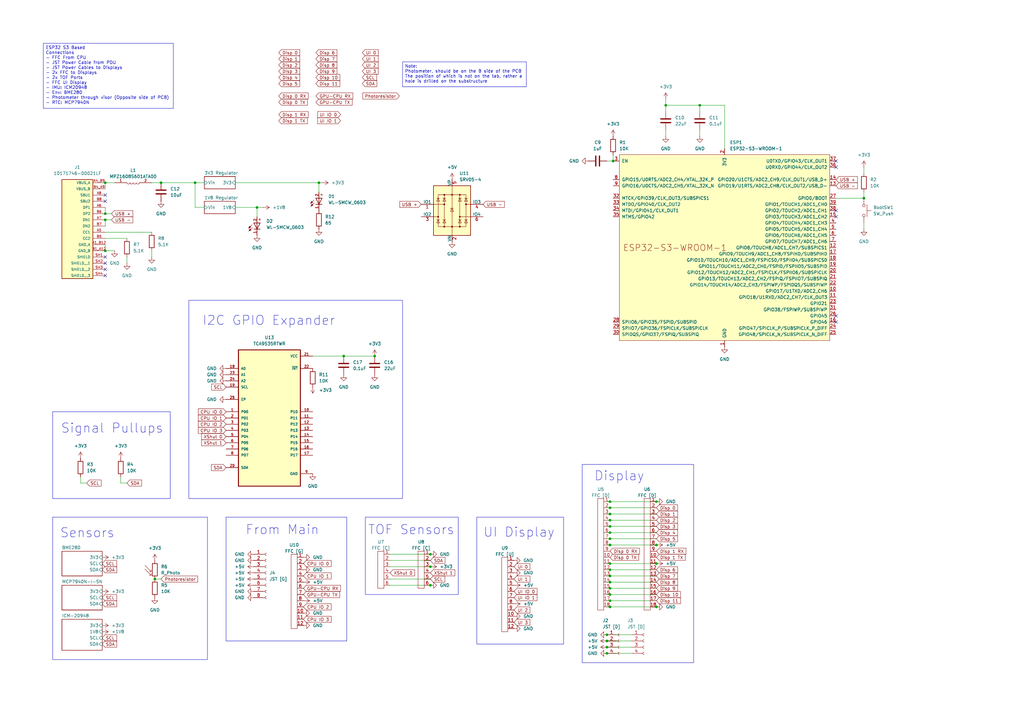
<source format=kicad_sch>
(kicad_sch (version 20231120) (generator "eeschema") (generator_version "8.0")
  (paper "A3")
  (junction (at 250.19 246.38))
  (junction (at 250.19 233.68))
  (junction (at 250.19 213.36))
  (junction (at 176.53 232.41))
  (junction (at 250.19 210.82))
  (junction (at 176.53 240.03))
  (junction (at 250.19 238.76))
  (junction (at 251.46 66.04))
  (junction (at 250.19 205.74))
  (junction (at 43.18 102.87))
  (junction (at 250.19 220.98))
  (junction (at 105.41 85.09))
  (junction (at 250.19 208.28))
  (junction (at 248.92 265.43))
  (junction (at 287.02 43.18))
  (junction (at 250.19 236.22))
  (junction (at 269.24 231.14))
  (junction (at 248.92 260.35))
  (junction (at 176.53 227.33))
  (junction (at 130.81 74.93))
  (junction (at 250.19 223.52))
  (junction (at 269.24 248.92))
  (junction (at 63.5 237.49))
  (junction (at 250.19 231.14))
  (junction (at 80.01 74.93))
  (junction (at 250.19 215.9))
  (junction (at 43.18 87.63))
  (junction (at 250.19 243.84))
  (junction (at 269.24 223.52))
  (junction (at 250.19 248.92))
  (junction (at 269.24 205.74))
  (junction (at 248.92 267.97))
  (junction (at 66.04 74.93))
  (junction (at 153.67 146.05))
  (junction (at 250.19 241.3))
  (junction (at 273.05 43.18))
  (junction (at 354.33 81.28))
  (junction (at 250.19 218.44))
  (junction (at 43.18 90.17))
  (junction (at 248.92 262.89))
  (junction (at 140.97 146.05))
  (junction (at 43.18 74.93))
  (no_connect (at 342.9 86.36))
  (no_connect (at 342.9 129.54))
  (no_connect (at 43.18 80.01))
  (no_connect (at 43.18 113.03))
  (no_connect (at 342.9 88.9))
  (no_connect (at 43.18 82.55))
  (no_connect (at 342.9 68.58))
  (no_connect (at 43.18 107.95))
  (no_connect (at 342.9 66.04))
  (no_connect (at 342.9 132.08))
  (no_connect (at 43.18 105.41))
  (no_connect (at 43.18 110.49))
  (wire (pts (xy 33.02 198.12) (xy 33.02 195.58)))
  (wire (pts (xy 287.02 53.34) (xy 287.02 55.88)))
  (wire (pts (xy 248.92 66.04) (xy 251.46 66.04)))
  (wire (pts (xy 248.92 223.52) (xy 250.19 223.52)))
  (wire (pts (xy 132.08 74.93) (xy 130.81 74.93)))
  (wire (pts (xy 273.05 40.64) (xy 273.05 43.18)))
  (wire (pts (xy 273.05 43.18) (xy 273.05 45.72)))
  (wire (pts (xy 248.92 262.89) (xy 259.08 262.89)))
  (wire (pts (xy 160.02 237.49) (xy 176.53 237.49)))
  (wire (pts (xy 250.19 205.74) (xy 269.24 205.74)))
  (wire (pts (xy 250.19 246.38) (xy 269.24 246.38)))
  (wire (pts (xy 43.18 102.87) (xy 43.18 100.33)))
  (wire (pts (xy 250.19 215.9) (xy 269.24 215.9)))
  (wire (pts (xy 83.82 85.09) (xy 80.01 85.09)))
  (wire (pts (xy 46.99 102.87) (xy 43.18 102.87)))
  (wire (pts (xy 248.92 238.76) (xy 250.19 238.76)))
  (wire (pts (xy 160.02 227.33) (xy 176.53 227.33)))
  (wire (pts (xy 250.19 243.84) (xy 269.24 243.84)))
  (wire (pts (xy 80.01 85.09) (xy 80.01 74.93)))
  (wire (pts (xy 130.81 74.93) (xy 130.81 78.74)))
  (wire (pts (xy 273.05 53.34) (xy 273.05 55.88)))
  (wire (pts (xy 287.02 43.18) (xy 287.02 45.72)))
  (wire (pts (xy 248.92 213.36) (xy 250.19 213.36)))
  (wire (pts (xy 96.52 74.93) (xy 130.81 74.93)))
  (wire (pts (xy 33.02 198.12) (xy 35.56 198.12)))
  (wire (pts (xy 62.23 74.93) (xy 66.04 74.93)))
  (wire (pts (xy 52.07 105.41) (xy 52.07 107.95)))
  (wire (pts (xy 273.05 43.18) (xy 287.02 43.18)))
  (wire (pts (xy 248.92 267.97) (xy 259.08 267.97)))
  (wire (pts (xy 248.92 233.68) (xy 250.19 233.68)))
  (wire (pts (xy 250.19 218.44) (xy 269.24 218.44)))
  (wire (pts (xy 248.92 210.82) (xy 250.19 210.82)))
  (wire (pts (xy 52.07 198.12) (xy 49.53 198.12)))
  (wire (pts (xy 248.92 220.98) (xy 250.19 220.98)))
  (wire (pts (xy 248.92 205.74) (xy 250.19 205.74)))
  (wire (pts (xy 248.92 246.38) (xy 250.19 246.38)))
  (wire (pts (xy 248.92 265.43) (xy 259.08 265.43)))
  (wire (pts (xy 49.53 198.12) (xy 49.53 195.58)))
  (wire (pts (xy 251.46 63.5) (xy 251.46 66.04)))
  (wire (pts (xy 250.19 238.76) (xy 269.24 238.76)))
  (wire (pts (xy 160.02 229.87) (xy 176.53 229.87)))
  (wire (pts (xy 66.04 74.93) (xy 80.01 74.93)))
  (wire (pts (xy 250.19 233.68) (xy 269.24 233.68)))
  (wire (pts (xy 248.92 215.9) (xy 250.19 215.9)))
  (wire (pts (xy 248.92 218.44) (xy 250.19 218.44)))
  (wire (pts (xy 128.27 146.05) (xy 140.97 146.05)))
  (wire (pts (xy 287.02 43.18) (xy 297.18 43.18)))
  (wire (pts (xy 80.01 74.93) (xy 83.82 74.93)))
  (wire (pts (xy 250.19 236.22) (xy 269.24 236.22)))
  (wire (pts (xy 250.19 213.36) (xy 269.24 213.36)))
  (wire (pts (xy 248.92 243.84) (xy 250.19 243.84)))
  (wire (pts (xy 250.19 223.52) (xy 269.24 223.52)))
  (wire (pts (xy 105.41 85.09) (xy 96.52 85.09)))
  (wire (pts (xy 250.19 241.3) (xy 269.24 241.3)))
  (wire (pts (xy 43.18 77.47) (xy 43.18 74.93)))
  (wire (pts (xy 248.92 241.3) (xy 250.19 241.3)))
  (wire (pts (xy 342.9 81.28) (xy 354.33 81.28)))
  (wire (pts (xy 45.72 87.63) (xy 43.18 87.63)))
  (wire (pts (xy 354.33 78.74) (xy 354.33 81.28)))
  (wire (pts (xy 66.04 237.49) (xy 63.5 237.49)))
  (wire (pts (xy 43.18 97.79) (xy 52.07 97.79)))
  (wire (pts (xy 250.19 220.98) (xy 269.24 220.98)))
  (wire (pts (xy 354.33 68.58) (xy 354.33 71.12)))
  (wire (pts (xy 107.95 85.09) (xy 105.41 85.09)))
  (wire (pts (xy 43.18 85.09) (xy 43.18 87.63)))
  (wire (pts (xy 43.18 90.17) (xy 43.18 92.71)))
  (wire (pts (xy 62.23 102.87) (xy 62.23 105.41)))
  (wire (pts (xy 248.92 231.14) (xy 250.19 231.14)))
  (wire (pts (xy 105.41 85.09) (xy 105.41 88.9)))
  (wire (pts (xy 160.02 240.03) (xy 176.53 240.03)))
  (wire (pts (xy 248.92 208.28) (xy 250.19 208.28)))
  (wire (pts (xy 297.18 43.18) (xy 297.18 60.96)))
  (wire (pts (xy 250.19 208.28) (xy 269.24 208.28)))
  (wire (pts (xy 248.92 236.22) (xy 250.19 236.22)))
  (wire (pts (xy 45.72 90.17) (xy 43.18 90.17)))
  (wire (pts (xy 248.92 260.35) (xy 259.08 260.35)))
  (wire (pts (xy 250.19 210.82) (xy 269.24 210.82)))
  (wire (pts (xy 354.33 93.98) (xy 354.33 91.44)))
  (wire (pts (xy 250.19 231.14) (xy 269.24 231.14)))
  (wire (pts (xy 43.18 95.25) (xy 62.23 95.25)))
  (wire (pts (xy 160.02 232.41) (xy 176.53 232.41)))
  (wire (pts (xy 248.92 248.92) (xy 250.19 248.92)))
  (wire (pts (xy 43.18 74.93) (xy 46.99 74.93)))
  (wire (pts (xy 250.19 248.92) (xy 269.24 248.92)))
  (wire (pts (xy 140.97 146.05) (xy 153.67 146.05)))
  (rectangle (start 21.59 212.09) (end 85.09 270.51))
  (rectangle (start 77.47 123.19) (end 165.1 204.47))
  (rectangle (start 195.58 212.09) (end 231.14 264.16))
  (rectangle (start 238.76 190.5) (end 284.48 271.78))
  (rectangle (start 92.71 212.09) (end 142.24 262.89))
  (rectangle (start 21.59 168.91) (end 69.85 204.47))
  (rectangle (start 149.86 212.09) (end 187.96 243.84))
  (text_box "ESP32 S3 Based\nConnections\n- FFC From CPU\n- JST Power Cable from PDU\n- JST Power Cables to Displays\n- 2x FFC to Displays\n- 2x TOF Ports\n- FFC UI Display\n- IMU: ICM20948\n- Env: BME280\n- Photometer through visor (Opposite side of PCB)\n- RTC: MCP7940N" (at 17.78 17.78 0) (size 53.34 26.67) (effects (font (size 1.27 1.27)) (justify left top)))
  (text_box "Note:\nPhotometer, should be on the B side of the PCB\nThe position of which is not on the tab, rather a hole is drilled on the substructure" (at 165.1 25.4 0) (size 50.8 10.16) (effects (font (size 1.27 1.27)) (justify left top)))
  (text "Signal Pullups" (at 45.974 175.768 0) (effects (font (size 3.81 3.81))))
  (text "I2C GPIO Expander" (at 110.236 131.572 0) (effects (font (size 3.81 3.81))))
  (text "TOF Sensors" (at 168.656 217.424 0) (effects (font (size 3.81 3.81))))
  (text "From Main" (at 115.824 217.424 0) (effects (font (size 3.81 3.81))))
  (text "Display" (at 254 195.326 0) (effects (font (size 3.81 3.81))))
  (text "UI Display" (at 212.852 218.44 0) (effects (font (size 3.81 3.81))))
  (text "Sensors" (at 35.814 218.694 0) (effects (font (size 3.81 3.81))))
  (global_label "Disp 10" (shape input) (at 269.24 243.84 0) (property "Intersheetrefs" "${INTERSHEET_REFS}" (effects (hide yes))))
  (global_label "USB +" (shape input) (at 172.72 83.82 180) (property "Intersheetrefs" "${INTERSHEET_REFS}" (effects (hide yes))))
  (global_label "Disp 8" (shape input) (at 269.24 238.76 0) (property "Intersheetrefs" "${INTERSHEET_REFS}" (effects (hide yes))))
  (global_label "SCL" (shape input) (at 35.56 198.12 0) (property "Intersheetrefs" "${INTERSHEET_REFS}" (effects (hide yes))))
  (global_label "Disp 4" (shape input) (at 114.3 31.75 0) (property "Intersheetrefs" "${INTERSHEET_REFS}" (effects (hide yes))))
  (global_label "SCL" (shape input) (at 41.91 245.11 0) (property "Intersheetrefs" "${INTERSHEET_REFS}" (effects (hide yes))))
  (global_label "USB +" (shape input) (at 342.9 73.66 0) (property "Intersheetrefs" "${INTERSHEET_REFS}" (effects (hide yes))))
  (global_label "Disp 7" (shape input) (at 269.24 236.22 0) (property "Intersheetrefs" "${INTERSHEET_REFS}" (effects (hide yes))))
  (global_label "SCL" (shape input) (at 176.53 237.49 0) (property "Intersheetrefs" "${INTERSHEET_REFS}" (effects (hide yes))))
  (global_label "SDA" (shape input) (at 52.07 198.12 0) (property "Intersheetrefs" "${INTERSHEET_REFS}" (effects (hide yes))))
  (global_label "Disp 0 TX" (shape input) (at 114.3 41.91 0) (property "Intersheetrefs" "${INTERSHEET_REFS}" (effects (hide yes))))
  (global_label "XShut 0" (shape input) (at 92.71 179.07 180) (property "Intersheetrefs" "${INTERSHEET_REFS}" (effects (hide yes))))
  (global_label "Disp 0" (shape input) (at 269.24 208.28 0) (property "Intersheetrefs" "${INTERSHEET_REFS}" (effects (hide yes))))
  (global_label "Disp 11" (shape input) (at 129.54 34.29 0) (property "Intersheetrefs" "${INTERSHEET_REFS}" (effects (hide yes))))
  (global_label "UI 2" (shape input) (at 148.59 26.67 0) (property "Intersheetrefs" "${INTERSHEET_REFS}" (effects (hide yes))))
  (global_label "SCL" (shape input) (at 148.59 31.75 0) (property "Intersheetrefs" "${INTERSHEET_REFS}" (effects (hide yes))))
  (global_label "Disp 2" (shape input) (at 269.24 213.36 0) (property "Intersheetrefs" "${INTERSHEET_REFS}" (effects (hide yes))))
  (global_label "CPU IO 1" (shape input) (at 92.71 171.45 180) (property "Intersheetrefs" "${INTERSHEET_REFS}" (effects (hide yes))))
  (global_label "UI IO 1" (shape input) (at 210.82 245.11 0) (property "Intersheetrefs" "${INTERSHEET_REFS}" (effects (hide yes))))
  (global_label "Disp 3" (shape input) (at 269.24 215.9 0) (property "Intersheetrefs" "${INTERSHEET_REFS}" (effects (hide yes))))
  (global_label "Disp 6" (shape input) (at 129.54 21.59 0) (property "Intersheetrefs" "${INTERSHEET_REFS}" (effects (hide yes))))
  (global_label "XShut 0" (shape input) (at 160.02 234.95 0) (property "Intersheetrefs" "${INTERSHEET_REFS}" (effects (hide yes))))
  (global_label "Disp 0" (shape input) (at 114.3 21.59 0) (property "Intersheetrefs" "${INTERSHEET_REFS}" (effects (hide yes))))
  (global_label "CPU IO 2" (shape input) (at 124.46 248.92 0) (property "Intersheetrefs" "${INTERSHEET_REFS}" (effects (hide yes))))
  (global_label "SDA" (shape input) (at 148.59 34.29 0) (property "Intersheetrefs" "${INTERSHEET_REFS}" (effects (hide yes))))
  (global_label "USB -" (shape input) (at 198.12 83.82 0) (property "Intersheetrefs" "${INTERSHEET_REFS}" (effects (hide yes))))
  (global_label "UI 0" (shape input) (at 148.59 21.59 0) (property "Intersheetrefs" "${INTERSHEET_REFS}" (effects (hide yes))))
  (global_label "GPU-CPU RX" (shape input) (at 124.46 241.3 0) (property "Intersheetrefs" "${INTERSHEET_REFS}" (effects (hide yes))))
  (global_label "CPU IO 3" (shape input) (at 124.46 254 0) (property "Intersheetrefs" "${INTERSHEET_REFS}" (effects (hide yes))))
  (global_label "UI 1" (shape input) (at 148.59 24.13 0) (property "Intersheetrefs" "${INTERSHEET_REFS}" (effects (hide yes))))
  (global_label "UI 0" (shape input) (at 210.82 232.41 0) (property "Intersheetrefs" "${INTERSHEET_REFS}" (effects (hide yes))))
  (global_label "GPU-CPU TX" (shape input) (at 124.46 243.84 0) (property "Intersheetrefs" "${INTERSHEET_REFS}" (effects (hide yes))))
  (global_label "SCL" (shape input) (at 41.91 231.14 0) (property "Intersheetrefs" "${INTERSHEET_REFS}" (effects (hide yes))))
  (global_label "SCL" (shape input) (at 41.91 261.62 0) (property "Intersheetrefs" "${INTERSHEET_REFS}" (effects (hide yes))))
  (global_label "CPU IO 0" (shape input) (at 124.46 231.14 0) (property "Intersheetrefs" "${INTERSHEET_REFS}" (effects (hide yes))))
  (global_label "Disp 7" (shape input) (at 129.54 24.13 0) (property "Intersheetrefs" "${INTERSHEET_REFS}" (effects (hide yes))))
  (global_label "SDA" (shape input) (at 41.91 233.68 0) (property "Intersheetrefs" "${INTERSHEET_REFS}" (effects (hide yes))))
  (global_label "USB -" (shape input) (at 45.72 90.17 0) (property "Intersheetrefs" "${INTERSHEET_REFS}" (effects (hide yes))))
  (global_label "Disp 0 RX" (shape input) (at 114.3 39.37 0) (property "Intersheetrefs" "${INTERSHEET_REFS}" (effects (hide yes))))
  (global_label "Photoresistor" (shape input) (at 163.83 39.37 180) (property "Intersheetrefs" "${INTERSHEET_REFS}" (effects (hide yes))))
  (global_label "Disp 9" (shape input) (at 129.54 29.21 0) (property "Intersheetrefs" "${INTERSHEET_REFS}" (effects (hide yes))))
  (global_label "USB +" (shape input) (at 45.72 87.63 0) (property "Intersheetrefs" "${INTERSHEET_REFS}" (effects (hide yes))))
  (global_label "GPU-CPU RX" (shape input) (at 129.54 39.37 0) (property "Intersheetrefs" "${INTERSHEET_REFS}" (effects (hide yes))))
  (global_label "Disp 10" (shape input) (at 129.54 31.75 0) (property "Intersheetrefs" "${INTERSHEET_REFS}" (effects (hide yes))))
  (global_label "Disp 3" (shape input) (at 114.3 29.21 0) (property "Intersheetrefs" "${INTERSHEET_REFS}" (effects (hide yes))))
  (global_label "Disp 1" (shape input) (at 269.24 210.82 0) (property "Intersheetrefs" "${INTERSHEET_REFS}" (effects (hide yes))))
  (global_label "CPU IO 2" (shape input) (at 92.71 173.99 180) (property "Intersheetrefs" "${INTERSHEET_REFS}" (effects (hide yes))))
  (global_label "USB -" (shape input) (at 342.9 76.2 0) (property "Intersheetrefs" "${INTERSHEET_REFS}" (effects (hide yes))))
  (global_label "UI IO 1" (shape input) (at 139.7 49.53 180) (property "Intersheetrefs" "${INTERSHEET_REFS}" (effects (hide yes))))
  (global_label "GPU-CPU TX" (shape input) (at 129.54 41.91 0) (property "Intersheetrefs" "${INTERSHEET_REFS}" (effects (hide yes))))
  (global_label "Disp 1" (shape input) (at 114.3 24.13 0) (property "Intersheetrefs" "${INTERSHEET_REFS}" (effects (hide yes))))
  (global_label "Disp 1 TX" (shape input) (at 269.24 228.6 0) (property "Intersheetrefs" "${INTERSHEET_REFS}" (effects (hide yes))))
  (global_label "Disp 1 RX" (shape input) (at 269.24 226.06 0) (property "Intersheetrefs" "${INTERSHEET_REFS}" (effects (hide yes))))
  (global_label "UI 2" (shape input) (at 210.82 250.19 0) (property "Intersheetrefs" "${INTERSHEET_REFS}" (effects (hide yes))))
  (global_label "CPU IO 1" (shape input) (at 124.46 236.22 0) (property "Intersheetrefs" "${INTERSHEET_REFS}" (effects (hide yes))))
  (global_label "UI IO 0" (shape input) (at 139.7 46.99 180) (property "Intersheetrefs" "${INTERSHEET_REFS}" (effects (hide yes))))
  (global_label "UI 1" (shape input) (at 210.82 237.49 0) (property "Intersheetrefs" "${INTERSHEET_REFS}" (effects (hide yes))))
  (global_label "Disp 8" (shape input) (at 129.54 26.67 0) (property "Intersheetrefs" "${INTERSHEET_REFS}" (effects (hide yes))))
  (global_label "Disp 5" (shape input) (at 269.24 220.98 0) (property "Intersheetrefs" "${INTERSHEET_REFS}" (effects (hide yes))))
  (global_label "SDA" (shape input) (at 176.53 229.87 0) (property "Intersheetrefs" "${INTERSHEET_REFS}" (effects (hide yes))))
  (global_label "Disp 6" (shape input) (at 269.24 233.68 0) (property "Intersheetrefs" "${INTERSHEET_REFS}" (effects (hide yes))))
  (global_label "Photoresistor" (shape input) (at 66.04 237.49 0) (property "Intersheetrefs" "${INTERSHEET_REFS}" (effects (hide yes))))
  (global_label "Disp 0 RX" (shape input) (at 250.19 226.06 0) (property "Intersheetrefs" "${INTERSHEET_REFS}" (effects (hide yes))))
  (global_label "Disp 11" (shape input) (at 269.24 246.38 0) (property "Intersheetrefs" "${INTERSHEET_REFS}" (effects (hide yes))))
  (global_label "SCL" (shape input) (at 92.71 158.75 180) (property "Intersheetrefs" "${INTERSHEET_REFS}" (effects (hide yes))))
  (global_label "XShut 1" (shape input) (at 92.71 181.61 180) (property "Intersheetrefs" "${INTERSHEET_REFS}" (effects (hide yes))))
  (global_label "Disp 2" (shape input) (at 114.3 26.67 0) (property "Intersheetrefs" "${INTERSHEET_REFS}" (effects (hide yes))))
  (global_label "CPU IO 3" (shape input) (at 92.71 176.53 180) (property "Intersheetrefs" "${INTERSHEET_REFS}" (effects (hide yes))))
  (global_label "Disp 9" (shape input) (at 269.24 241.3 0) (property "Intersheetrefs" "${INTERSHEET_REFS}" (effects (hide yes))))
  (global_label "Disp 4" (shape input) (at 269.24 218.44 0) (property "Intersheetrefs" "${INTERSHEET_REFS}" (effects (hide yes))))
  (global_label "UI IO 0" (shape input) (at 210.82 242.57 0) (property "Intersheetrefs" "${INTERSHEET_REFS}" (effects (hide yes))))
  (global_label "UI 3" (shape input) (at 210.82 255.27 0) (property "Intersheetrefs" "${INTERSHEET_REFS}" (effects (hide yes))))
  (global_label "CPU IO 0" (shape input) (at 92.71 168.91 180) (property "Intersheetrefs" "${INTERSHEET_REFS}" (effects (hide yes))))
  (global_label "Disp 0 TX" (shape input) (at 250.19 228.6 0) (property "Intersheetrefs" "${INTERSHEET_REFS}" (effects (hide yes))))
  (global_label "Disp 5" (shape input) (at 114.3 34.29 0) (property "Intersheetrefs" "${INTERSHEET_REFS}" (effects (hide yes))))
  (global_label "Disp 1 RX" (shape input) (at 114.3 46.99 0) (property "Intersheetrefs" "${INTERSHEET_REFS}" (effects (hide yes))))
  (global_label "SDA" (shape input) (at 92.71 191.77 180) (property "Intersheetrefs" "${INTERSHEET_REFS}" (effects (hide yes))))
  (global_label "SDA" (shape input) (at 41.91 247.65 0) (property "Intersheetrefs" "${INTERSHEET_REFS}" (effects (hide yes))))
  (global_label "XShut 1" (shape input) (at 176.53 234.95 0) (property "Intersheetrefs" "${INTERSHEET_REFS}" (effects (hide yes))))
  (global_label "SDA" (shape input) (at 41.91 264.16 0) (property "Intersheetrefs" "${INTERSHEET_REFS}" (effects (hide yes))))
  (global_label "UI 3" (shape input) (at 148.59 29.21 0) (property "Intersheetrefs" "${INTERSHEET_REFS}" (effects (hide yes))))
  (global_label "Disp 1 TX" (shape input) (at 114.3 49.53 0) (property "Intersheetrefs" "${INTERSHEET_REFS}" (effects (hide yes))))
  (symbol (lib_id "Device:R") (at 251.46 59.69 0) (unit 1)
    (property "Reference" "R1" (at 254 58.4199 0) (effects (justify left)))
    (property "Value" "10K" (at 254 60.9599 0) (effects (justify left)))
    (property "Footprint" "Resistor_SMD:R_0603_1608Metric" (effects (hide yes)))
    (property "Description" "Resistor" (effects (hide yes)))
  )
  (symbol (lib_id "power:+5V") (at 210.82 247.65 270) (unit 1)
    (property "Reference" "#PWR045" (effects (hide yes)))
    (property "Value" "+5V" (at 214.63 247.6499 90) (effects (justify left)))
    (property "Description" "Power symbol creates a global label with name \"+5V\"" (effects (hide yes)))
  )
  (symbol (lib_id "FCC_Connector:FFC_6P") (at 156.21 233.68 0) (unit 1)
    (property "Reference" "U7" (at 156.21 222.25 0))
    (property "Value" "FFC [C]" (at 156.21 224.79 0))
    (property "Footprint" "FFC_Connector:FFC Aliexpress 0.5mm 6P" (effects (hide yes)))
  )
  (symbol (lib_id "power:GND") (at 66.04 82.55 0) (unit 1)
    (property "Reference" "#PWR057" (effects (hide yes)))
    (property "Value" "GND" (at 66.04 87.63 0))
    (property "Description" "Power symbol creates a global label with name \"GND\" , ground" (effects (hide yes)))
  )
  (symbol (lib_id "power:+5V") (at 248.92 265.43 90) (unit 1)
    (property "Reference" "#PWR064" (effects (hide yes)))
    (property "Value" "+5V" (at 245.11 265.4299 90) (effects (justify left)))
    (property "Description" "Power symbol creates a global label with name \"+5V\"" (effects (hide yes)))
  )
  (symbol (lib_id "power:+3V3") (at 63.5 229.87 0) (unit 1)
    (property "Reference" "#PWR052" (effects (hide yes)))
    (property "Value" "+3V3" (at 63.5 224.79 0))
    (property "Description" "Power symbol creates a global label with name \"+3V3\"" (effects (hide yes)))
  )
  (symbol (lib_id "power:+3V3") (at 132.08 74.93 270) (unit 1)
    (property "Reference" "#PWR038" (effects (hide yes)))
    (property "Value" "+3V3" (at 135.89 74.9299 90) (effects (justify left)))
    (property "Description" "Power symbol creates a global label with name \"+3V3\"" (effects (hide yes)))
  )
  (symbol (lib_id "power:GND") (at 176.53 240.03 90) (unit 1)
    (property "Reference" "#PWR035" (effects (hide yes)))
    (property "Value" "GND" (at 180.34 240.0299 90) (effects (justify right)))
    (property "Description" "Power symbol creates a global label with name \"GND\" , ground" (effects (hide yes)))
  )
  (symbol (lib_id "power:GND") (at 176.53 227.33 90) (unit 1)
    (property "Reference" "#PWR034" (effects (hide yes)))
    (property "Value" "GND" (at 180.34 227.3299 90) (effects (justify right)))
    (property "Description" "Power symbol creates a global label with name \"GND\" , ground" (effects (hide yes)))
  )
  (symbol (lib_id "FCC_Connector:FFC_6P") (at 172.72 233.68 0) (unit 1)
    (property "Reference" "U8" (at 172.72 222.25 0))
    (property "Value" "FFC [C]" (at 172.72 224.79 0))
    (property "Footprint" "FFC_Connector:FFC Aliexpress 0.5mm 6P" (effects (hide yes)))
  )
  (symbol (lib_id "power:+3V3") (at 354.33 68.58 0) (unit 1)
    (property "Reference" "#PWR022" (effects (hide yes)))
    (property "Value" "+3V3" (at 354.33 63.5 0))
    (property "Description" "Power symbol creates a global label with name \"+3V3\"" (effects (hide yes)))
  )
  (symbol (lib_id "power:+3V3") (at 41.91 256.54 270) (unit 1)
    (property "Reference" "#PWR026" (effects (hide yes)))
    (property "Value" "+3V3" (at 45.72 256.5399 90) (effects (justify left)))
    (property "Description" "Power symbol creates a global label with name \"+3V3\"" (effects (hide yes)))
  )
  (symbol (lib_id "LED_Red_SMD:WL-SMCW_0603") (at 105.41 93.98 90) (unit 1)
    (property "Reference" "D2" (at 109.22 90.6916 90) (effects (justify right)))
    (property "Value" "WL-SMCW_0603" (at 109.22 93.2316 90) (effects (justify right)))
    (property "Footprint" "LED_Red_SMD:WL-SMCW_0603" (effects (hide yes)))
  )
  (symbol (lib_id "power:+5V") (at 104.14 237.49 90) (unit 1)
    (property "Reference" "#PWR080" (effects (hide yes)))
    (property "Value" "+5V" (at 100.33 237.4899 90) (effects (justify left)))
    (property "Description" "Power symbol creates a global label with name \"+5V\"" (effects (hide yes)))
  )
  (symbol (lib_id "Device:R") (at 63.5 241.3 0) (unit 1)
    (property "Reference" "R5" (at 66.04 240.0299 0) (effects (justify left)))
    (property "Value" "10K" (at 66.04 242.5699 0) (effects (justify left)))
    (property "Footprint" "Resistor_SMD:R_0603_1608Metric_Pad0.98x0.95mm_HandSolder" (effects (hide yes)))
    (property "Description" "Resistor" (effects (hide yes)))
  )
  (symbol (lib_id "power:+3V3") (at 251.46 55.88 0) (unit 1)
    (property "Reference" "#PWR016" (effects (hide yes)))
    (property "Value" "+3V3" (at 251.46 50.8 0))
    (property "Description" "Power symbol creates a global label with name \"+3V3\"" (effects (hide yes)))
  )
  (symbol (lib_id "PCM_Espressif:ESP32-S3-WROOM-1") (at 297.18 101.6 0) (unit 1)
    (property "Reference" "ESP1" (at 299.3741 58.42 0) (effects (justify left)))
    (property "Value" "ESP32-S3-WROOM-1" (at 299.3741 60.96 0) (effects (justify left)))
    (property "Footprint" "PCM_Espressif:ESP32-S3-WROOM-1U" (effects (hide yes)))
    (property "Datasheet" "https://www.espressif.com/sites/default/files/documentation/esp32-s3-wroom-1_wroom-1u_datasheet_en.pdf" (effects (hide yes)))
    (property "Description" "2.4 GHz WiFi (802.11 b/g/n) and Bluetooth ® 5 (LE) module Built around ESP32S3 series of SoCs, Xtensa ® dualcore 32bit LX7 microprocessor Flash up to 16 MB, PSRAM up to 8 MB 36 GPIOs, rich set of peripherals Onboard PCB antenna" (effects (hide yes)))
  )
  (symbol (lib_id "Connector:Conn_01x04_Socket") (at 254 262.89 0) (unit 1)
    (property "Reference" "J2" (at 247.142 254.508 0) (effects (justify left)))
    (property "Value" "JST [D]" (at 247.142 257.048 0) (effects (justify left)))
    (property "Footprint" "Connector_Molex:Molex_PicoBlade_53048-0410_1x04_P1.25mm_Horizontal" (effects (hide yes)))
    (property "Description" "Generic connector, single row, 01x04, script generated" (effects (hide yes)))
  )
  (symbol (lib_id "Connector:Conn_01x04_Socket") (at 264.16 262.89 0) (unit 1)
    (property "Reference" "J3" (at 257.302 254.508 0) (effects (justify left)))
    (property "Value" "JST [D]" (at 257.302 257.048 0) (effects (justify left)))
    (property "Footprint" "Connector_Molex:Molex_PicoBlade_53048-0410_1x04_P1.25mm_Horizontal" (effects (hide yes)))
    (property "Description" "Generic connector, single row, 01x04, script generated" (effects (hide yes)))
  )
  (symbol (lib_id "FCC_Connector:FFC_12P") (at 207.01 243.84 0) (unit 1)
    (property "Reference" "U9" (at 207.01 224.79 0))
    (property "Value" "FFC [U]" (at 207.01 227.33 0))
    (property "Footprint" "FFC_Connector:FFC Aliexpress 0.5mm 12P" (effects (hide yes)))
  )
  (symbol (lib_id "power:GND") (at 104.14 245.11 270) (unit 1)
    (property "Reference" "#PWR079" (effects (hide yes)))
    (property "Value" "GND" (at 100.33 245.1099 90) (effects (justify right)))
    (property "Description" "Power symbol creates a global label with name \"GND\" , ground" (effects (hide yes)))
  )
  (symbol (lib_id "Device:C") (at 273.05 49.53 0) (unit 1)
    (property "Reference" "C10" (at 276.86 48.2599 0) (effects (justify left)))
    (property "Value" "22uF" (at 276.86 50.7999 0) (effects (justify left)))
    (property "Footprint" "Capacitor_SMD:C_0603_1608Metric_Pad1.08x0.95mm_HandSolder" (effects (hide yes)))
    (property "Description" "Unpolarized capacitor" (effects (hide yes)))
  )
  (symbol (lib_id "FCC_Connector:FFC_18P") (at 265.43 227.33 0) (unit 1)
    (property "Reference" "U6" (at 265.43 200.66 0))
    (property "Value" "FFC [D]" (at 265.43 203.2 0))
    (property "Footprint" "FFC_Connector:FFC Aliexpress 0.5mm 18P" (effects (hide yes)))
  )
  (symbol (lib_id "Connector:Conn_01x08_Socket") (at 109.22 234.95 0) (unit 1)
    (property "Reference" "J4" (at 110.49 234.9499 0) (effects (justify left)))
    (property "Value" "JST [G]" (at 110.49 237.4899 0) (effects (justify left)))
    (property "Footprint" "Connector_PinHeader_2.54mm:PinHeader_1x08_P2.54mm_Horizontal" (effects (hide yes)))
    (property "Description" "Generic connector, single row, 01x08, script generated" (effects (hide yes)))
  )
  (symbol (lib_id "power:GND") (at 46.99 102.87 0) (unit 1)
    (property "Reference" "#PWR054" (effects (hide yes)))
    (property "Value" "GND" (at 46.99 107.95 0))
    (property "Description" "Power symbol creates a global label with name \"GND\" , ground" (effects (hide yes)))
  )
  (symbol (lib_id "power:GND") (at 140.97 153.67 0) (unit 1)
    (property "Reference" "#PWR087" (effects (hide yes)))
    (property "Value" "GND" (at 140.97 158.75 0))
    (property "Description" "Power symbol creates a global label with name \"GND\" , ground" (effects (hide yes)))
  )
  (symbol (lib_id "power:GND") (at 52.07 107.95 0) (unit 1)
    (property "Reference" "#PWR055" (effects (hide yes)))
    (property "Value" "GND" (at 52.07 113.03 0))
    (property "Description" "Power symbol creates a global label with name \"GND\" , ground" (effects (hide yes)))
  )
  (symbol (lib_id "power:+5V") (at 104.14 232.41 90) (unit 1)
    (property "Reference" "#PWR077" (effects (hide yes)))
    (property "Value" "+5V" (at 100.33 232.4099 90) (effects (justify left)))
    (property "Description" "Power symbol creates a global label with name \"+5V\"" (effects (hide yes)))
  )
  (symbol (lib_id "Device:C") (at 66.04 78.74 0) (unit 1)
    (property "Reference" "C12" (at 69.85 77.4699 0) (effects (justify left)))
    (property "Value" "10uF" (at 69.85 80.0099 0) (effects (justify left)))
    (property "Footprint" "Capacitor_SMD:C_0603_1608Metric" (effects (hide yes)))
    (property "Description" "Unpolarized capacitor" (effects (hide yes)))
  )
  (symbol (lib_id "power:+3V3") (at 153.67 146.05 0) (unit 1)
    (property "Reference" "#PWR068" (effects (hide yes)))
    (property "Value" "+3V3" (at 153.67 140.97 0))
    (property "Description" "Power symbol creates a global label with name \"+3V3\"" (effects (hide yes)))
  )
  (symbol (lib_id "power:GND") (at 130.81 93.98 0) (unit 1)
    (property "Reference" "#PWR089" (effects (hide yes)))
    (property "Value" "GND" (at 130.81 99.06 0))
    (property "Description" "Power symbol creates a global label with name \"GND\" , ground" (effects (hide yes)))
  )
  (symbol (lib_id "power:+3V3") (at 41.91 228.6 270) (unit 1)
    (property "Reference" "#PWR024" (effects (hide yes)))
    (property "Value" "+3V3" (at 45.72 228.5999 90) (effects (justify left)))
    (property "Description" "Power symbol creates a global label with name \"+3V3\"" (effects (hide yes)))
  )
  (symbol (lib_id "power:+5V") (at 269.24 223.52 270) (unit 1)
    (property "Reference" "#PWR032" (effects (hide yes)))
    (property "Value" "+5V" (at 273.05 223.5199 90) (effects (justify left)))
    (property "Description" "Power symbol creates a global label with name \"+5V\"" (effects (hide yes)))
  )
  (symbol (lib_id "power:GND") (at 62.23 105.41 0) (unit 1)
    (property "Reference" "#PWR056" (effects (hide yes)))
    (property "Value" "GND" (at 62.23 110.49 0))
    (property "Description" "Power symbol creates a global label with name \"GND\" , ground" (effects (hide yes)))
  )
  (symbol (lib_id "power:+5V") (at 124.46 246.38 270) (unit 1)
    (property "Reference" "#PWR049" (effects (hide yes)))
    (property "Value" "+5V" (at 128.27 246.3799 90) (effects (justify left)))
    (property "Description" "Power symbol creates a global label with name \"+5V\"" (effects (hide yes)))
  )
  (symbol (lib_id "power:GND") (at 92.71 153.67 270) (unit 1)
    (property "Reference" "#PWR085" (effects (hide yes)))
    (property "Value" "GND" (at 88.9 153.6699 90) (effects (justify right)))
    (property "Description" "Power symbol creates a global label with name \"GND\" , ground" (effects (hide yes)))
  )
  (symbol (lib_id "Device:R") (at 49.53 191.77 0) (unit 1)
    (property "Reference" "R4" (at 52.07 190.4999 0) (effects (justify left)))
    (property "Value" "10K" (at 52.07 193.0399 0) (effects (justify left)))
    (property "Footprint" "Resistor_SMD:R_0603_1608Metric_Pad0.98x0.95mm_HandSolder" (effects (hide yes)))
    (property "Description" "Resistor" (effects (hide yes)))
  )
  (symbol (lib_id "power:GND") (at 124.46 251.46 90) (unit 1)
    (property "Reference" "#PWR050" (effects (hide yes)))
    (property "Value" "GND" (at 128.27 251.4599 90) (effects (justify right)))
    (property "Description" "Power symbol creates a global label with name \"GND\" , ground" (effects (hide yes)))
  )
  (symbol (lib_id "power:GND") (at 185.42 99.06 0) (unit 1)
    (property "Reference" "#PWR061" (effects (hide yes)))
    (property "Value" "GND" (at 185.42 104.14 0))
    (property "Description" "Power symbol creates a global label with name \"GND\" , ground" (effects (hide yes)))
  )
  (symbol (lib_id "Device:C") (at 245.11 66.04 90) (unit 1)
    (property "Reference" "C9" (at 245.11 58.42 90))
    (property "Value" "1uF" (at 245.11 60.96 90))
    (property "Footprint" "Capacitor_SMD:C_0603_1608Metric" (effects (hide yes)))
    (property "Description" "Unpolarized capacitor" (effects (hide yes)))
  )
  (symbol (lib_id "IO_Expander_TCA9535RTWR:TCA9535RTWR") (at 110.49 171.45 0) (unit 1)
    (property "Reference" "U13" (at 110.49 138.43 0))
    (property "Value" "TCA9535RTWR" (at 110.49 140.97 0))
    (property "Footprint" "IO_Expander_TCA9535RTWR:QFN50P400X400X80-25N" (effects (hide yes)))
  )
  (symbol (lib_id "power:GND") (at 287.02 55.88 0) (unit 1)
    (property "Reference" "#PWR020" (effects (hide yes)))
    (property "Value" "GND" (at 287.02 60.96 0))
    (property "Description" "Power symbol creates a global label with name \"GND\" , ground" (effects (hide yes)))
  )
  (symbol (lib_id "Power_Protection:SRV05-4") (at 185.42 86.36 0) (unit 1)
    (property "Reference" "U11" (at 188.4365 71.12 0) (effects (justify left)))
    (property "Value" "SRV05-4" (at 188.4365 73.66 0) (effects (justify left)))
    (property "Footprint" "Package_TO_SOT_SMD:SOT-23-6" (effects (hide yes)))
    (property "Datasheet" "http://www.onsemi.com/pub/Collateral/SRV05-4-D.PDF" (effects (hide yes)))
    (property "Description" "ESD Protection Diodes with Low Clamping Voltage, SOT-23-6" (effects (hide yes)))
  )
  (symbol (lib_id "Device:C") (at 153.67 149.86 0) (unit 1)
    (property "Reference" "C16" (at 157.48 148.5899 0) (effects (justify left)))
    (property "Value" "22uF" (at 157.48 151.1299 0) (effects (justify left)))
    (property "Footprint" "Capacitor_SMD:C_0603_1608Metric_Pad1.08x0.95mm_HandSolder" (effects (hide yes)))
    (property "Description" "Unpolarized capacitor" (effects (hide yes)))
  )
  (symbol (lib_id "power:+5V") (at 124.46 238.76 270) (unit 1)
    (property "Reference" "#PWR048" (effects (hide yes)))
    (property "Value" "+5V" (at 128.27 238.7599 90) (effects (justify left)))
    (property "Description" "Power symbol creates a global label with name \"+5V\"" (effects (hide yes)))
  )
  (symbol (lib_id "Device:R") (at 33.02 191.77 0) (unit 1)
    (property "Reference" "R3" (at 35.56 190.4999 0) (effects (justify left)))
    (property "Value" "10K" (at 35.56 193.0399 0) (effects (justify left)))
    (property "Footprint" "Resistor_SMD:R_0603_1608Metric_Pad0.98x0.95mm_HandSolder" (effects (hide yes)))
    (property "Description" "Resistor" (effects (hide yes)))
  )
  (symbol (lib_id "Device:R") (at 62.23 99.06 0) (unit 1)
    (property "Reference" "R8" (at 64.77 97.7899 0) (effects (justify left)))
    (property "Value" "5.1K" (at 64.77 100.3299 0) (effects (justify left)))
    (property "Footprint" "Resistor_SMD:R_0603_1608Metric" (effects (hide yes)))
    (property "Description" "Resistor" (effects (hide yes)))
  )
  (symbol (lib_id "power:GND") (at 124.46 256.54 90) (unit 1)
    (property "Reference" "#PWR051" (effects (hide yes)))
    (property "Value" "GND" (at 128.27 256.5399 90) (effects (justify right)))
    (property "Description" "Power symbol creates a global label with name \"GND\" , ground" (effects (hide yes)))
  )
  (symbol (lib_id "power:GND") (at 354.33 93.98 0) (unit 1)
    (property "Reference" "#PWR023" (effects (hide yes)))
    (property "Value" "GND" (at 354.33 99.06 0))
    (property "Description" "Power symbol creates a global label with name \"GND\" , ground" (effects (hide yes)))
  )
  (symbol (lib_id "FCC_Connector:FFC_18P") (at 246.38 227.33 0) (unit 1)
    (property "Reference" "U5" (at 246.38 200.66 0))
    (property "Value" "FFC [D]" (at 246.38 203.2 0))
    (property "Footprint" "FFC_Connector:FFC Aliexpress 0.5mm 18P" (effects (hide yes)))
  )
  (symbol (lib_id "power:+3V3") (at 41.91 242.57 270) (unit 1)
    (property "Reference" "#PWR025" (effects (hide yes)))
    (property "Value" "+3V3" (at 45.72 242.5699 90) (effects (justify left)))
    (property "Description" "Power symbol creates a global label with name \"+3V3\"" (effects (hide yes)))
  )
  (symbol (lib_id "power:+3V3") (at 49.53 187.96 0) (unit 1)
    (property "Reference" "#PWR029" (effects (hide yes)))
    (property "Value" "+3V3" (at 49.53 182.88 0))
    (property "Description" "Power symbol creates a global label with name \"+3V3\"" (effects (hide yes)))
  )
  (symbol (lib_id "Device:R") (at 128.27 154.94 180) (unit 1)
    (property "Reference" "R11" (at 130.81 153.6699 0) (effects (justify right)))
    (property "Value" "10K" (at 130.81 156.2099 0) (effects (justify right)))
    (property "Footprint" "Resistor_SMD:R_0603_1608Metric" (effects (hide yes)))
    (property "Description" "Resistor" (effects (hide yes)))
  )
  (symbol (lib_id "power:GND") (at 210.82 257.81 90) (unit 1)
    (property "Reference" "#PWR041" (effects (hide yes)))
    (property "Value" "GND" (at 214.63 257.8099 90) (effects (justify right)))
    (property "Description" "Power symbol creates a global label with name \"GND\" , ground" (effects (hide yes)))
  )
  (symbol (lib_id "LED_Red_SMD:WL-SMCW_0603") (at 130.81 83.82 90) (unit 1)
    (property "Reference" "D1" (at 134.62 80.5316 90) (effects (justify right)))
    (property "Value" "WL-SMCW_0603" (at 134.62 83.0716 90) (effects (justify right)))
    (property "Footprint" "LED_Red_SMD:WL-SMCW_0603" (effects (hide yes)))
  )
  (symbol (lib_id "power:GND") (at 63.5 245.11 0) (unit 1)
    (property "Reference" "#PWR053" (effects (hide yes)))
    (property "Value" "GND" (at 63.5 250.19 0))
    (property "Description" "Power symbol creates a global label with name \"GND\" , ground" (effects (hide yes)))
  )
  (symbol (lib_id "Ferrite_Bead_MPZ1608S601ATA00:MPZ1608S601ATA00") (at 54.61 74.93 0) (unit 1)
    (property "Reference" "L1" (at 54.61 69.85 0))
    (property "Value" "MPZ1608S601ATA00" (at 54.61 72.39 0))
    (property "Footprint" "Ferrite_Bead_MPZ1608S601ATA00:INDC1608X95N" (effects (hide yes)))
  )
  (symbol (lib_id "power:GND") (at 124.46 228.6 90) (unit 1)
    (property "Reference" "#PWR046" (effects (hide yes)))
    (property "Value" "GND" (at 128.27 228.5999 90) (effects (justify right)))
    (property "Description" "Power symbol creates a global label with name \"GND\" , ground" (effects (hide yes)))
  )
  (symbol (lib_id "power:+3V3") (at 128.27 158.75 180) (unit 1)
    (property "Reference" "#PWR070" (effects (hide yes)))
    (property "Value" "+3V3" (at 130.81 160.0199 0) (effects (justify right)))
    (property "Description" "Power symbol creates a global label with name \"+3V3\"" (effects (hide yes)))
  )
  (symbol (lib_id "power:GND") (at 297.18 142.24 0) (unit 1)
    (property "Reference" "#PWR021" (effects (hide yes)))
    (property "Value" "GND" (at 297.18 147.32 0))
    (property "Description" "Power symbol creates a global label with name \"GND\" , ground" (effects (hide yes)))
  )
  (symbol (lib_id "power:GND") (at 105.41 96.52 0) (unit 1)
    (property "Reference" "#PWR090" (effects (hide yes)))
    (property "Value" "GND" (at 105.41 101.6 0))
    (property "Description" "Power symbol creates a global label with name \"GND\" , ground" (effects (hide yes)))
  )
  (symbol (lib_id "power:GND") (at 210.82 229.87 90) (unit 1)
    (property "Reference" "#PWR040" (effects (hide yes)))
    (property "Value" "GND" (at 214.63 229.8699 90) (effects (justify right)))
    (property "Description" "Power symbol creates a global label with name \"GND\" , ground" (effects (hide yes)))
  )
  (symbol (lib_id "power:GND") (at 104.14 229.87 270) (unit 1)
    (property "Reference" "#PWR082" (effects (hide yes)))
    (property "Value" "GND" (at 100.33 229.8699 90) (effects (justify right)))
    (property "Description" "Power symbol creates a global label with name \"GND\" , ground" (effects (hide yes)))
  )
  (symbol (lib_id "power:GND") (at 128.27 194.31 0) (unit 1)
    (property "Reference" "#PWR069" (effects (hide yes)))
    (property "Value" "GND" (at 128.27 199.39 0))
    (property "Description" "Power symbol creates a global label with name \"GND\" , ground" (effects (hide yes)))
  )
  (symbol (lib_id "power:GND") (at 92.71 156.21 270) (unit 1)
    (property "Reference" "#PWR086" (effects (hide yes)))
    (property "Value" "GND" (at 88.9 156.2099 90) (effects (justify right)))
    (property "Description" "Power symbol creates a global label with name \"GND\" , ground" (effects (hide yes)))
  )
  (symbol (lib_id "power:GND") (at 269.24 248.92 90) (unit 1)
    (property "Reference" "#PWR031" (effects (hide yes)))
    (property "Value" "GND" (at 273.05 248.9199 90) (effects (justify right)))
    (property "Description" "Power symbol creates a global label with name \"GND\" , ground" (effects (hide yes)))
  )
  (symbol (lib_id "power:GND") (at 124.46 233.68 90) (unit 1)
    (property "Reference" "#PWR047" (effects (hide yes)))
    (property "Value" "GND" (at 128.27 233.6799 90) (effects (justify right)))
    (property "Description" "Power symbol creates a global label with name \"GND\" , ground" (effects (hide yes)))
  )
  (symbol (lib_id "USBC_10171746_00021LF:10171746-00021LF") (at 31.75 86.36 0) (unit 1)
    (property "Reference" "J1" (at 31.75 68.58 0))
    (property "Value" "10171746-00021LF" (at 31.75 71.12 0))
    (property "Footprint" "USBC_10171746_00021LF:AMPHENOL_10171746-00021LF" (effects (hide yes)))
    (property "PARTREV" "A" (effects (hide yes)))
    (property "STANDARD" "Manufacturer Recommendations" (effects (hide yes)))
    (property "MAXIMUM_PACKAGE_HEIGHT" "3.16 mm" (effects (hide yes)))
    (property "MANUFACTURER" "Amphenol" (effects (hide yes)))
  )
  (symbol (lib_id "power:+5V") (at 248.92 262.89 90) (unit 1)
    (property "Reference" "#PWR037" (effects (hide yes)))
    (property "Value" "+5V" (at 245.11 262.8899 90) (effects (justify left)))
    (property "Description" "Power symbol creates a global label with name \"+5V\"" (effects (hide yes)))
  )
  (symbol (lib_id "Device:R") (at 130.81 90.17 0) (unit 1)
    (property "Reference" "R12" (at 133.35 88.8999 0) (effects (justify left)))
    (property "Value" "65" (at 133.35 91.4399 0) (effects (justify left)))
    (property "Footprint" "Resistor_SMD:R_0603_1608Metric_Pad0.98x0.95mm_HandSolder" (effects (hide yes)))
    (property "Description" "Resistor" (effects (hide yes)))
  )
  (symbol (lib_id "power:GND") (at 210.82 252.73 90) (unit 1)
    (property "Reference" "#PWR043" (effects (hide yes)))
    (property "Value" "GND" (at 214.63 252.7299 90) (effects (justify right)))
    (property "Description" "Power symbol creates a global label with name \"GND\" , ground" (effects (hide yes)))
  )
  (symbol (lib_id "power:+3V3") (at 273.05 40.64 0) (unit 1)
    (property "Reference" "#PWR018" (effects (hide yes)))
    (property "Value" "+3V3" (at 273.05 35.56 0))
    (property "Description" "Power symbol creates a global label with name \"+3V3\"" (effects (hide yes)))
  )
  (symbol (lib_id "power:GND") (at 241.3 66.04 270) (unit 1)
    (property "Reference" "#PWR017" (effects (hide yes)))
    (property "Value" "GND" (at 237.49 66.0399 90) (effects (justify right)))
    (property "Description" "Power symbol creates a global label with name \"GND\" , ground" (effects (hide yes)))
  )
  (symbol (lib_id "power:GND") (at 92.71 163.83 270) (unit 1)
    (property "Reference" "#PWR074" (effects (hide yes)))
    (property "Value" "GND" (at 88.9 163.8299 90) (effects (justify right)))
    (property "Description" "Power symbol creates a global label with name \"GND\" , ground" (effects (hide yes)))
  )
  (symbol (lib_id "FCC_Connector:FFC_12P") (at 120.65 242.57 0) (unit 1)
    (property "Reference" "U10" (at 120.65 223.52 0))
    (property "Value" "FFC [G]" (at 120.65 226.06 0))
    (property "Footprint" "FFC_Connector:FFC Aliexpress 0.5mm 12P" (effects (hide yes)))
  )
  (symbol (lib_id "power:+5V") (at 210.82 240.03 270) (unit 1)
    (property "Reference" "#PWR044" (effects (hide yes)))
    (property "Value" "+5V" (at 214.63 240.0299 90) (effects (justify left)))
    (property "Description" "Power symbol creates a global label with name \"+5V\"" (effects (hide yes)))
  )
  (symbol (lib_id "power:+3V3") (at 33.02 187.96 0) (unit 1)
    (property "Reference" "#PWR028" (effects (hide yes)))
    (property "Value" "+3V3" (at 33.02 182.88 0))
    (property "Description" "Power symbol creates a global label with name \"+3V3\"" (effects (hide yes)))
  )
  (symbol (lib_id "power:GND") (at 104.14 227.33 270) (unit 1)
    (property "Reference" "#PWR076" (effects (hide yes)))
    (property "Value" "GND" (at 100.33 227.3299 90) (effects (justify right)))
    (property "Description" "Power symbol creates a global label with name \"GND\" , ground" (effects (hide yes)))
  )
  (symbol (lib_id "power:GND") (at 248.92 260.35 270) (unit 1)
    (property "Reference" "#PWR066" (effects (hide yes)))
    (property "Value" "GND" (at 245.11 260.3499 90) (effects (justify right)))
    (property "Description" "Power symbol creates a global label with name \"GND\" , ground" (effects (hide yes)))
  )
  (symbol (lib_id "power:GND") (at 269.24 205.74 90) (unit 1)
    (property "Reference" "#PWR030" (effects (hide yes)))
    (property "Value" "GND" (at 273.05 205.7399 90) (effects (justify right)))
    (property "Description" "Power symbol creates a global label with name \"GND\" , ground" (effects (hide yes)))
  )
  (symbol (lib_id "power:GND") (at 210.82 234.95 90) (unit 1)
    (property "Reference" "#PWR042" (effects (hide yes)))
    (property "Value" "GND" (at 214.63 234.9499 90) (effects (justify right)))
    (property "Description" "Power symbol creates a global label with name \"GND\" , ground" (effects (hide yes)))
  )
  (symbol (lib_id "power:+5V") (at 269.24 231.14 270) (unit 1)
    (property "Reference" "#PWR033" (effects (hide yes)))
    (property "Value" "+5V" (at 273.05 231.1399 90) (effects (justify left)))
    (property "Description" "Power symbol creates a global label with name \"+5V\"" (effects (hide yes)))
  )
  (symbol (lib_id "power:GND") (at 153.67 153.67 0) (unit 1)
    (property "Reference" "#PWR088" (effects (hide yes)))
    (property "Value" "GND" (at 153.67 158.75 0))
    (property "Description" "Power symbol creates a global label with name \"GND\" , ground" (effects (hide yes)))
  )
  (symbol (lib_id "power:+1V8") (at 41.91 259.08 270) (unit 1)
    (property "Reference" "#PWR027" (effects (hide yes)))
    (property "Value" "+1V8" (at 45.72 259.0799 90) (effects (justify left)))
    (property "Description" "Power symbol creates a global label with name \"+1V8\"" (effects (hide yes)))
  )
  (symbol (lib_id "Device:R") (at 52.07 101.6 0) (unit 1)
    (property "Reference" "R7" (at 54.61 100.3299 0) (effects (justify left)))
    (property "Value" "5.1K" (at 54.61 102.8699 0) (effects (justify left)))
    (property "Footprint" "Resistor_SMD:R_0603_1608Metric" (effects (hide yes)))
    (property "Description" "Resistor" (effects (hide yes)))
  )
  (symbol (lib_id "Device:C") (at 140.97 149.86 0) (unit 1)
    (property "Reference" "C17" (at 144.78 148.5899 0) (effects (justify left)))
    (property "Value" "0.1uF" (at 144.78 151.1299 0) (effects (justify left)))
    (property "Footprint" "Capacitor_SMD:C_0603_1608Metric" (effects (hide yes)))
    (property "Description" "Unpolarized capacitor" (effects (hide yes)))
  )
  (symbol (lib_id "power:GND") (at 104.14 242.57 270) (unit 1)
    (property "Reference" "#PWR083" (effects (hide yes)))
    (property "Value" "GND" (at 100.33 242.5699 90) (effects (justify right)))
    (property "Description" "Power symbol creates a global label with name \"GND\" , ground" (effects (hide yes)))
  )
  (symbol (lib_id "power:+5V") (at 104.14 234.95 90) (unit 1)
    (property "Reference" "#PWR078" (effects (hide yes)))
    (property "Value" "+5V" (at 100.33 234.9499 90) (effects (justify left)))
    (property "Description" "Power symbol creates a global label with name \"+5V\"" (effects (hide yes)))
  )
  (symbol (lib_id "power:+5V") (at 185.42 73.66 0) (unit 1)
    (property "Reference" "#PWR060" (effects (hide yes)))
    (property "Value" "+5V" (at 185.42 68.58 0))
    (property "Description" "Power symbol creates a global label with name \"+5V\"" (effects (hide yes)))
  )
  (symbol (lib_id "power:+3V3") (at 176.53 232.41 270) (unit 1)
    (property "Reference" "#PWR036" (effects (hide yes)))
    (property "Value" "+3V3" (at 180.34 232.4099 90) (effects (justify left)))
    (property "Description" "Power symbol creates a global label with name \"+3V3\"" (effects (hide yes)))
  )
  (symbol (lib_id "Device:C") (at 287.02 49.53 0) (unit 1)
    (property "Reference" "C11" (at 290.83 48.2599 0) (effects (justify left)))
    (property "Value" "0.1uF" (at 290.83 50.7999 0) (effects (justify left)))
    (property "Footprint" "Capacitor_SMD:C_0603_1608Metric" (effects (hide yes)))
    (property "Description" "Unpolarized capacitor" (effects (hide yes)))
  )
  (symbol (lib_id "power:GND") (at 92.71 151.13 270) (unit 1)
    (property "Reference" "#PWR084" (effects (hide yes)))
    (property "Value" "GND" (at 88.9 151.1299 90) (effects (justify right)))
    (property "Description" "Power symbol creates a global label with name \"GND\" , ground" (effects (hide yes)))
  )
  (symbol (lib_id "power:+5V") (at 104.14 240.03 90) (unit 1)
    (property "Reference" "#PWR081" (effects (hide yes)))
    (property "Value" "+5V" (at 100.33 240.0299 90) (effects (justify left)))
    (property "Description" "Power symbol creates a global label with name \"+5V\"" (effects (hide yes)))
  )
  (symbol (lib_id "power:GND") (at 273.05 55.88 0) (unit 1)
    (property "Reference" "#PWR019" (effects (hide yes)))
    (property "Value" "GND" (at 273.05 60.96 0))
    (property "Description" "Power symbol creates a global label with name \"GND\" , ground" (effects (hide yes)))
  )
  (symbol (lib_id "power:+1V8") (at 107.95 85.09 270) (unit 1)
    (property "Reference" "#PWR039" (effects (hide yes)))
    (property "Value" "+1V8" (at 111.76 85.0899 90) (effects (justify left)))
    (property "Description" "Power symbol creates a global label with name \"+1V8\"" (effects (hide yes)))
  )
  (symbol (lib_id "Switch:SW_Push") (at 354.33 86.36 270) (unit 1)
    (property "Reference" "BootSW1" (at 358.14 85.0899 90) (effects (justify left)))
    (property "Value" "SW_Push" (at 358.14 87.6299 90) (effects (justify left)))
    (property "Footprint" "Button-R-667843:Button-R-667843" (effects (hide yes)))
    (property "Description" "Push button switch, generic, two pins" (effects (hide yes)))
  )
  (symbol (lib_id "Device:R_Photo") (at 63.5 233.68 0) (unit 1)
    (property "Reference" "R6" (at 66.04 232.4099 0) (effects (justify left)))
    (property "Value" "R_Photo" (at 66.04 234.9499 0) (effects (justify left)))
    (property "Footprint" "Photoresistor:Photoresistor Aliexpress" (effects (hide yes)))
    (property "Description" "Photoresistor" (effects (hide yes)))
  )
  (symbol (lib_id "Device:R") (at 354.33 74.93 0) (unit 1)
    (property "Reference" "R2" (at 356.87 73.6599 0) (effects (justify left)))
    (property "Value" "10K" (at 356.87 76.1999 0) (effects (justify left)))
    (property "Footprint" "Resistor_SMD:R_0603_1608Metric" (effects (hide yes)))
    (property "Description" "Resistor" (effects (hide yes)))
  )
  (symbol (lib_id "power:GND") (at 248.92 267.97 270) (unit 1)
    (property "Reference" "#PWR067" (effects (hide yes)))
    (property "Value" "GND" (at 245.11 267.9699 90) (effects (justify right)))
    (property "Description" "Power symbol creates a global label with name \"GND\" , ground" (effects (hide yes)))
  )
  (sheet (at 83.82 72.39) (size 12.7 5.08) (stroke (width 0.1524))
    (property "Sheetname" "3V3 Regulator" (at 83.82 71.6784 0) (effects (justify left bottom)))
    (property "Sheetfile" "3V3 Reg.kicad_sch" (effects (hide yes)))
    (pin "3V3" input (at 96.52 74.93 0))
    (pin "Vin" input (at 83.82 74.93 180))
  )
  (sheet (at 25.4 226.06) (size 16.51 10.16) (stroke (width 0.1524))
    (property "Sheetname" "BME280" (at 25.4 225.3484 0) (effects (justify left bottom)))
    (property "Sheetfile" "BME280.kicad_sch" (effects (hide yes)))
    (pin "SCL" input (at 41.91 231.14 0))
    (pin "3V3" input (at 41.91 228.6 0))
    (pin "SDA" input (at 41.91 233.68 0))
  )
  (sheet (at 25.4 254) (size 16.51 12.7) (stroke (width 0.1524))
    (property "Sheetname" "ICM-20948" (at 25.4 253.2884 0) (effects (justify left bottom)))
    (property "Sheetfile" "ICM20948.kicad_sch" (effects (hide yes)))
    (pin "3V3" input (at 41.91 256.54 0))
    (pin "1V8" input (at 41.91 259.08 0))
    (pin "SCL" input (at 41.91 261.62 0))
    (pin "SDA" input (at 41.91 264.16 0))
  )
  (sheet (at 25.4 240.03) (size 16.51 10.16) (stroke (width 0.1524))
    (property "Sheetname" "MCP7940N-I-SN" (at 25.4 239.3184 0) (effects (justify left bottom)))
    (property "Sheetfile" "MCP7940N-SN.kicad_sch" (effects (hide yes)))
    (pin "3V3" input (at 41.91 242.57 0))
    (pin "SCL" input (at 41.91 245.11 0))
    (pin "SDA" input (at 41.91 247.65 0))
  )
  (sheet (at 83.82 82.55) (size 12.7 5.08) (stroke (width 0.1524))
    (property "Sheetname" "1V8 Regulator" (at 83.82 81.8384 0) (effects (justify left bottom)))
    (property "Sheetfile" "1V8 Reg.kicad_sch" (effects (hide yes)))
    (pin "Vin" input (at 83.82 85.09 180))
    (pin "1V8" input (at 96.52 85.09 0))
  )
)
</source>
